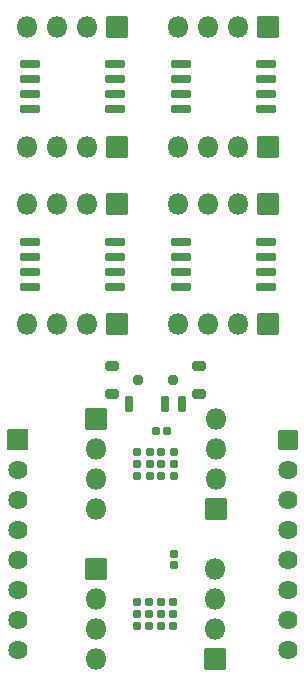
<source format=gbr>
G04 #@! TF.GenerationSoftware,KiCad,Pcbnew,6.0.9*
G04 #@! TF.CreationDate,2022-11-13T16:30:06+01:00*
G04 #@! TF.ProjectId,mikro-spiflash,6d696b72-6f2d-4737-9069-666c6173682e,rev?*
G04 #@! TF.SameCoordinates,Original*
G04 #@! TF.FileFunction,Soldermask,Bot*
G04 #@! TF.FilePolarity,Negative*
%FSLAX46Y46*%
G04 Gerber Fmt 4.6, Leading zero omitted, Abs format (unit mm)*
G04 Created by KiCad (PCBNEW 6.0.9) date 2022-11-13 16:30:06*
%MOMM*%
%LPD*%
G01*
G04 APERTURE LIST*
G04 Aperture macros list*
%AMRoundRect*
0 Rectangle with rounded corners*
0 $1 Rounding radius*
0 $2 $3 $4 $5 $6 $7 $8 $9 X,Y pos of 4 corners*
0 Add a 4 corners polygon primitive as box body*
4,1,4,$2,$3,$4,$5,$6,$7,$8,$9,$2,$3,0*
0 Add four circle primitives for the rounded corners*
1,1,$1+$1,$2,$3*
1,1,$1+$1,$4,$5*
1,1,$1+$1,$6,$7*
1,1,$1+$1,$8,$9*
0 Add four rect primitives between the rounded corners*
20,1,$1+$1,$2,$3,$4,$5,0*
20,1,$1+$1,$4,$5,$6,$7,0*
20,1,$1+$1,$6,$7,$8,$9,0*
20,1,$1+$1,$8,$9,$2,$3,0*%
G04 Aperture macros list end*
%ADD10RoundRect,0.051000X-0.838200X-0.838200X0.838200X-0.838200X0.838200X0.838200X-0.838200X0.838200X0*%
%ADD11C,1.626000*%
%ADD12RoundRect,0.051000X-0.762000X-0.762000X0.762000X-0.762000X0.762000X0.762000X-0.762000X0.762000X0*%
%ADD13RoundRect,0.186000X0.135000X0.185000X-0.135000X0.185000X-0.135000X-0.185000X0.135000X-0.185000X0*%
%ADD14RoundRect,0.201000X-0.650000X-0.150000X0.650000X-0.150000X0.650000X0.150000X-0.650000X0.150000X0*%
%ADD15RoundRect,0.156000X-0.445000X0.245000X-0.445000X-0.245000X0.445000X-0.245000X0.445000X0.245000X0*%
%ADD16RoundRect,0.141000X-0.210000X-0.535000X0.210000X-0.535000X0.210000X0.535000X-0.210000X0.535000X0*%
%ADD17C,0.952000*%
%ADD18RoundRect,0.186000X-0.135000X-0.185000X0.135000X-0.185000X0.135000X0.185000X-0.135000X0.185000X0*%
%ADD19RoundRect,0.051000X0.850000X0.850000X-0.850000X0.850000X-0.850000X-0.850000X0.850000X-0.850000X0*%
%ADD20O,1.802000X1.802000*%
%ADD21RoundRect,0.051000X-0.850000X-0.850000X0.850000X-0.850000X0.850000X0.850000X-0.850000X0.850000X0*%
%ADD22RoundRect,0.051000X-0.850000X0.850000X-0.850000X-0.850000X0.850000X-0.850000X0.850000X0.850000X0*%
%ADD23RoundRect,0.191000X-0.170000X0.140000X-0.170000X-0.140000X0.170000X-0.140000X0.170000X0.140000X0*%
%ADD24RoundRect,0.191000X0.140000X0.170000X-0.140000X0.170000X-0.140000X-0.170000X0.140000X-0.170000X0*%
G04 APERTURE END LIST*
D10*
X89432000Y-46990000D03*
D11*
X89432000Y-49530000D03*
X89432000Y-52070000D03*
X89432000Y-54610000D03*
X89432000Y-57150000D03*
X89432000Y-59690000D03*
X89432000Y-62230000D03*
X89432000Y-64770000D03*
X112292000Y-64770000D03*
X112292000Y-62230000D03*
X112292000Y-59690000D03*
X112292000Y-57150000D03*
X112292000Y-54610000D03*
X112292000Y-52070000D03*
X112292000Y-49530000D03*
D12*
X112292000Y-46990000D03*
D13*
X100586000Y-49022000D03*
X99566000Y-49022000D03*
D14*
X90441500Y-18984000D03*
X90441500Y-17714000D03*
X90441500Y-16444000D03*
X90441500Y-15174000D03*
X97641500Y-15174000D03*
X97641500Y-16444000D03*
X97641500Y-17714000D03*
X97641500Y-18984000D03*
X103236500Y-34036000D03*
X103236500Y-32766000D03*
X103236500Y-31496000D03*
X103236500Y-30226000D03*
X110436500Y-30226000D03*
X110436500Y-31496000D03*
X110436500Y-32766000D03*
X110436500Y-34036000D03*
X110439000Y-18986500D03*
X110439000Y-17716500D03*
X110439000Y-16446500D03*
X110439000Y-15176500D03*
X103239000Y-15176500D03*
X103239000Y-16446500D03*
X103239000Y-17716500D03*
X103239000Y-18986500D03*
X97644000Y-34033500D03*
X97644000Y-32763500D03*
X97644000Y-31493500D03*
X97644000Y-30223500D03*
X90444000Y-30223500D03*
X90444000Y-31493500D03*
X90444000Y-32763500D03*
X90444000Y-34033500D03*
D15*
X97416000Y-40760000D03*
X104816000Y-43060000D03*
X97416000Y-43060000D03*
X104816000Y-40760000D03*
D16*
X103366000Y-43910000D03*
X101866000Y-43910000D03*
X98866000Y-43910000D03*
D17*
X102616000Y-41910000D03*
X99616000Y-41910000D03*
D13*
X100584000Y-62738000D03*
X99564000Y-62738000D03*
D18*
X101596000Y-60706000D03*
X102616000Y-60706000D03*
D13*
X99564000Y-60706000D03*
X100584000Y-60706000D03*
D18*
X101596000Y-61722000D03*
X102616000Y-61722000D03*
X102616000Y-62738000D03*
X101596000Y-62738000D03*
D13*
X100586000Y-50038000D03*
X99566000Y-50038000D03*
X100584000Y-61722000D03*
X99564000Y-61722000D03*
D18*
X102618000Y-48006000D03*
X101598000Y-48006000D03*
D13*
X99566000Y-48006000D03*
X100586000Y-48006000D03*
D18*
X101598000Y-49022000D03*
X102618000Y-49022000D03*
X102618000Y-50038000D03*
X101598000Y-50038000D03*
D19*
X106171000Y-65532000D03*
D20*
X106171000Y-62992000D03*
X106171000Y-60452000D03*
X106171000Y-57912000D03*
D21*
X96036000Y-57912000D03*
D20*
X96036000Y-60452000D03*
X96036000Y-62992000D03*
X96036000Y-65532000D03*
X103029000Y-12001500D03*
X105569000Y-12001500D03*
X108109000Y-12001500D03*
D22*
X110649000Y-12001500D03*
D20*
X90234000Y-27048500D03*
X92774000Y-27048500D03*
X95314000Y-27048500D03*
D22*
X97854000Y-27048500D03*
X97854000Y-12001500D03*
D20*
X95314000Y-12001500D03*
X92774000Y-12001500D03*
X90234000Y-12001500D03*
D22*
X110649000Y-27048500D03*
D20*
X108109000Y-27048500D03*
X105569000Y-27048500D03*
X103029000Y-27048500D03*
D19*
X106196000Y-52832000D03*
D20*
X106196000Y-50292000D03*
X106196000Y-47752000D03*
X106196000Y-45212000D03*
D22*
X97854000Y-22161500D03*
D20*
X95314000Y-22161500D03*
X92774000Y-22161500D03*
X90234000Y-22161500D03*
D22*
X110649000Y-37208500D03*
D20*
X108109000Y-37208500D03*
X105569000Y-37208500D03*
X103029000Y-37208500D03*
X103029000Y-22161500D03*
X105569000Y-22161500D03*
X108109000Y-22161500D03*
D22*
X110649000Y-22161500D03*
D20*
X90234000Y-37208500D03*
X92774000Y-37208500D03*
X95314000Y-37208500D03*
D22*
X97854000Y-37208500D03*
D20*
X96061000Y-52842000D03*
X96061000Y-50302000D03*
X96061000Y-47762000D03*
D21*
X96061000Y-45222000D03*
D23*
X102644000Y-57602000D03*
X102644000Y-56642000D03*
D24*
X101120000Y-46228000D03*
X102080000Y-46228000D03*
M02*

</source>
